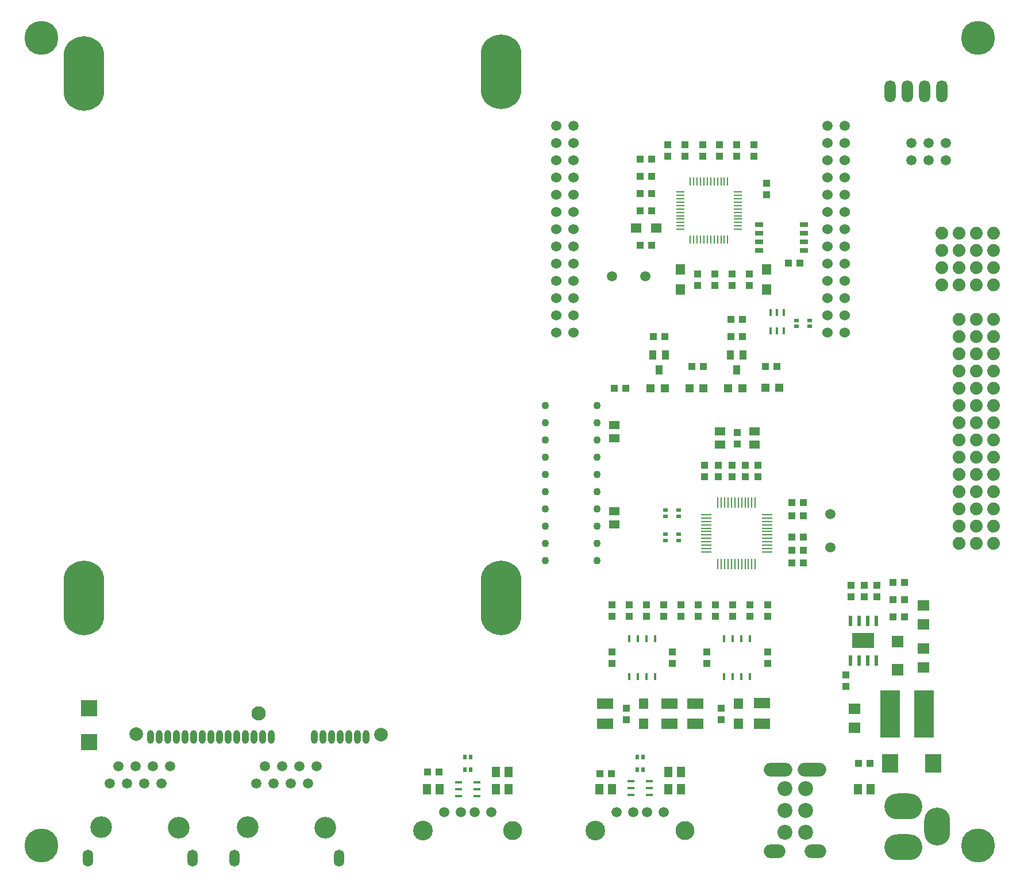
<source format=gts>
G04 (created by PCBNEW (2013-03-19 BZR 4004)-stable) date 2015/1/22 14:09:10*
%MOIN*%
G04 Gerber Fmt 3.4, Leading zero omitted, Abs format*
%FSLAX34Y34*%
G01*
G70*
G90*
G04 APERTURE LIST*
%ADD10C,0*%
%ADD11R,0.0649606X0.00984252*%
%ADD12R,0.00984252X0.0649606*%
%ADD13R,0.05X0.025*%
%ADD14R,0.11811X0.275591*%
%ADD15R,0.0511X0.059*%
%ADD16R,0.059X0.0511*%
%ADD17R,0.0708X0.0629*%
%ADD18O,0.15X0.22*%
%ADD19O,0.22X0.15*%
%ADD20R,0.0511811X0.00984252*%
%ADD21R,0.00984252X0.0511811*%
%ADD22R,0.015748X0.0393701*%
%ADD23R,0.0393701X0.015748*%
%ADD24C,0.19685*%
%ADD25C,0.06*%
%ADD26C,0.0593*%
%ADD27R,0.023622X0.0629921*%
%ADD28R,0.129921X0.0905512*%
%ADD29C,0.0433071*%
%ADD30R,0.0255906X0.019685*%
%ADD31R,0.019685X0.0255906*%
%ADD32R,0.0393X0.0551*%
%ADD33R,0.0433X0.0393*%
%ADD34R,0.0393X0.0433*%
%ADD35R,0.0472X0.0472*%
%ADD36C,0.0591*%
%ADD37R,0.0944X0.1102*%
%ADD38R,0.0944X0.0944*%
%ADD39R,0.0944X0.0629*%
%ADD40R,0.0551X0.0629*%
%ADD41R,0.0629X0.0551*%
%ADD42R,0.0669291X0.0669291*%
%ADD43C,0.074*%
%ADD44C,0.114173*%
%ADD45C,0.110236*%
%ADD46O,0.0645X0.129*%
%ADD47O,0.23622X0.433071*%
%ADD48C,0.0866142*%
%ADD49O,0.125984X0.0787402*%
%ADD50O,0.165354X0.0787402*%
%ADD51C,0.125984*%
%ADD52O,0.0590551X0.0984252*%
%ADD53O,0.0393701X0.0787402*%
%ADD54C,0.0787402*%
%ADD55C,0.0826772*%
G04 APERTURE END LIST*
G54D10*
G54D11*
X68869Y-59737D03*
X68869Y-59540D03*
X68869Y-59343D03*
X68869Y-59146D03*
X68869Y-58950D03*
X68869Y-58753D03*
X68869Y-58556D03*
X68869Y-58359D03*
X68869Y-58162D03*
X68869Y-57965D03*
X68869Y-57768D03*
X68869Y-57572D03*
G54D12*
X68180Y-56883D03*
X67983Y-56883D03*
X67786Y-56883D03*
X67589Y-56883D03*
X67392Y-56883D03*
X67196Y-56883D03*
X66999Y-56883D03*
X66802Y-56883D03*
X66605Y-56883D03*
X66408Y-56883D03*
X66211Y-56883D03*
X66014Y-56883D03*
G54D11*
X65325Y-57572D03*
X65325Y-57768D03*
X65325Y-57965D03*
X65325Y-58162D03*
X65325Y-58359D03*
X65325Y-58556D03*
X65325Y-58753D03*
X65325Y-58950D03*
X65325Y-59146D03*
X65325Y-59343D03*
X65325Y-59540D03*
X65325Y-59737D03*
G54D12*
X66014Y-60426D03*
X66211Y-60426D03*
X66408Y-60426D03*
X66605Y-60426D03*
X66802Y-60426D03*
X66999Y-60426D03*
X67196Y-60426D03*
X67392Y-60426D03*
X67589Y-60426D03*
X67786Y-60426D03*
X67983Y-60426D03*
X68180Y-60426D03*
G54D13*
X68404Y-40726D03*
X68404Y-41226D03*
X68404Y-41726D03*
X68404Y-42226D03*
X71004Y-42226D03*
X71004Y-41726D03*
X71004Y-41226D03*
X71004Y-40726D03*
G54D14*
X76015Y-69143D03*
X77984Y-69143D03*
G54D15*
X49126Y-73500D03*
X49874Y-73500D03*
X59126Y-73500D03*
X59874Y-73500D03*
X53874Y-73500D03*
X53126Y-73500D03*
X63874Y-73500D03*
X63126Y-73500D03*
X53874Y-72500D03*
X53126Y-72500D03*
X63874Y-72500D03*
X63126Y-72500D03*
X74126Y-73500D03*
X74874Y-73500D03*
G54D16*
X66147Y-52755D03*
X66147Y-53503D03*
X68147Y-52755D03*
X68147Y-53503D03*
G54D17*
X77945Y-66439D03*
X77945Y-65337D03*
X77945Y-62837D03*
X77945Y-63939D03*
X73945Y-69939D03*
X73945Y-68837D03*
G54D18*
X78750Y-75680D03*
G54D19*
X76780Y-74500D03*
X76780Y-76860D03*
G54D20*
X63829Y-38846D03*
X63829Y-39043D03*
X63829Y-39240D03*
X63829Y-39437D03*
X63829Y-39633D03*
X63829Y-39830D03*
X63829Y-40027D03*
X63829Y-40224D03*
X63829Y-40421D03*
X63829Y-40618D03*
X63829Y-40814D03*
X63829Y-41011D03*
G54D21*
X64419Y-41602D03*
X64616Y-41602D03*
X64813Y-41602D03*
X65010Y-41602D03*
X65207Y-41602D03*
X65403Y-41602D03*
X65600Y-41602D03*
X65797Y-41602D03*
X65994Y-41602D03*
X66191Y-41602D03*
X66388Y-41602D03*
X66585Y-41602D03*
G54D20*
X67175Y-41011D03*
X67175Y-40814D03*
X67175Y-40618D03*
X67175Y-40421D03*
X67175Y-40224D03*
X67175Y-40027D03*
X67175Y-39830D03*
X67175Y-39633D03*
X67175Y-39437D03*
X67175Y-39240D03*
X67175Y-39043D03*
X67175Y-38846D03*
G54D21*
X66585Y-38255D03*
X66388Y-38255D03*
X66191Y-38255D03*
X65994Y-38255D03*
X65797Y-38255D03*
X65600Y-38255D03*
X65403Y-38255D03*
X65207Y-38255D03*
X65010Y-38255D03*
X64813Y-38255D03*
X64616Y-38255D03*
X64419Y-38255D03*
G54D22*
X69454Y-46909D03*
X69848Y-46909D03*
X69848Y-45846D03*
X69454Y-45846D03*
X69061Y-45846D03*
X69061Y-46909D03*
G54D23*
X60966Y-73450D03*
X60966Y-73843D03*
X62029Y-73843D03*
X62029Y-73450D03*
X62029Y-73056D03*
X60966Y-73056D03*
X50966Y-73500D03*
X50966Y-73893D03*
X52029Y-73893D03*
X52029Y-73500D03*
X52029Y-73106D03*
X50966Y-73106D03*
G54D24*
X81102Y-76771D03*
X26771Y-76771D03*
X81102Y-29921D03*
G54D25*
X57631Y-47001D03*
X56631Y-47001D03*
X57631Y-46001D03*
X56631Y-46001D03*
X57631Y-45001D03*
X56631Y-45001D03*
X57631Y-44001D03*
X56631Y-44001D03*
X57631Y-43001D03*
X56631Y-43001D03*
X57631Y-42001D03*
X56631Y-42001D03*
X57631Y-41001D03*
X56631Y-41001D03*
X57631Y-40001D03*
X56631Y-40001D03*
X57631Y-39001D03*
X56631Y-39001D03*
X57631Y-38001D03*
X56631Y-38001D03*
X57631Y-37001D03*
X56631Y-37001D03*
X57631Y-36001D03*
X56631Y-36001D03*
G54D26*
X57631Y-35001D03*
X56631Y-35001D03*
G54D25*
X73379Y-47001D03*
X72379Y-47001D03*
X73379Y-46001D03*
X72379Y-46001D03*
X73379Y-45001D03*
X72379Y-45001D03*
X73379Y-44001D03*
X72379Y-44001D03*
X73379Y-43001D03*
X72379Y-43001D03*
X73379Y-42001D03*
X72379Y-42001D03*
X73379Y-41001D03*
X72379Y-41001D03*
X73379Y-40001D03*
X72379Y-40001D03*
X73379Y-39001D03*
X72379Y-39001D03*
X73379Y-38001D03*
X72379Y-38001D03*
X73379Y-37001D03*
X72379Y-37001D03*
X73379Y-36001D03*
X72379Y-36001D03*
G54D26*
X73379Y-35001D03*
X72379Y-35001D03*
G54D27*
X73695Y-66038D03*
X74195Y-66038D03*
X74695Y-66038D03*
X75195Y-66038D03*
X75195Y-63738D03*
X74695Y-63738D03*
X74195Y-63738D03*
X73695Y-63738D03*
G54D28*
X74445Y-64888D03*
G54D29*
X59000Y-60250D03*
X59000Y-59250D03*
X59000Y-58250D03*
X59000Y-57250D03*
X59000Y-56250D03*
X59000Y-55250D03*
X59000Y-54250D03*
X59000Y-53250D03*
X59000Y-52250D03*
X59000Y-51250D03*
X56000Y-51250D03*
X56000Y-52250D03*
X56000Y-53250D03*
X56000Y-54250D03*
X56000Y-55250D03*
X56000Y-56250D03*
X56000Y-57250D03*
X56000Y-58250D03*
X56000Y-59250D03*
X56000Y-60250D03*
G54D30*
X71328Y-46299D03*
X71328Y-46653D03*
X70580Y-46653D03*
X70580Y-46299D03*
G54D31*
X61322Y-71625D03*
X61677Y-71625D03*
X61677Y-72374D03*
X61322Y-72374D03*
G54D30*
X63724Y-58722D03*
X63724Y-59077D03*
X62975Y-59077D03*
X62975Y-58722D03*
G54D31*
X51322Y-71625D03*
X51677Y-71625D03*
X51677Y-72374D03*
X51322Y-72374D03*
G54D32*
X67472Y-48293D03*
X66724Y-48293D03*
X67098Y-49159D03*
X62972Y-48293D03*
X62224Y-48293D03*
X62598Y-49159D03*
G54D33*
X74500Y-62334D03*
X74500Y-61666D03*
X67102Y-36095D03*
X67102Y-36763D03*
X66852Y-43595D03*
X66852Y-44263D03*
G54D34*
X66764Y-47226D03*
X67432Y-47226D03*
G54D33*
X68347Y-54720D03*
X68347Y-55388D03*
G54D34*
X67432Y-46226D03*
X66764Y-46226D03*
X62266Y-47250D03*
X62934Y-47250D03*
G54D33*
X60860Y-62795D03*
X60860Y-63463D03*
G54D34*
X76166Y-62500D03*
X76834Y-62500D03*
X76834Y-63500D03*
X76166Y-63500D03*
X60014Y-50226D03*
X60682Y-50226D03*
X64514Y-48976D03*
X65182Y-48976D03*
G54D33*
X68102Y-36095D03*
X68102Y-36763D03*
G54D34*
X76834Y-61500D03*
X76166Y-61500D03*
X68764Y-48976D03*
X69432Y-48976D03*
G54D33*
X63860Y-62795D03*
X63860Y-63463D03*
X66860Y-62795D03*
X66860Y-63463D03*
X68897Y-62795D03*
X68897Y-63463D03*
X65860Y-62795D03*
X65860Y-63463D03*
X61860Y-62795D03*
X61860Y-63463D03*
X64860Y-62795D03*
X64860Y-63463D03*
X62860Y-62795D03*
X62860Y-63463D03*
G54D34*
X62186Y-38929D03*
X61518Y-38929D03*
X62186Y-39929D03*
X61518Y-39929D03*
G54D33*
X67860Y-62795D03*
X67860Y-63463D03*
X64102Y-36095D03*
X64102Y-36763D03*
X63102Y-36095D03*
X63102Y-36763D03*
G54D34*
X62186Y-36929D03*
X61518Y-36929D03*
X70981Y-59629D03*
X70313Y-59629D03*
X70981Y-60379D03*
X70313Y-60379D03*
X70313Y-57629D03*
X70981Y-57629D03*
G54D35*
X66610Y-50251D03*
X67436Y-50251D03*
X62110Y-50251D03*
X62936Y-50251D03*
X69586Y-50201D03*
X68760Y-50201D03*
X64360Y-50251D03*
X65186Y-50251D03*
G54D36*
X59887Y-43726D03*
X61809Y-43726D03*
G54D37*
X76010Y-72000D03*
X78490Y-72000D03*
G54D38*
X29550Y-70784D03*
X29550Y-68816D03*
G54D39*
X64716Y-68539D03*
X64716Y-69719D03*
X63216Y-68539D03*
X63216Y-69719D03*
X59466Y-68539D03*
X59466Y-69719D03*
X68578Y-68518D03*
X68578Y-69698D03*
G54D40*
X61716Y-68539D03*
X61716Y-69719D03*
X67216Y-68539D03*
X67216Y-69719D03*
X63852Y-43339D03*
X63852Y-44519D03*
G54D41*
X62442Y-40929D03*
X61262Y-40929D03*
G54D40*
X68852Y-43339D03*
X68852Y-44519D03*
G54D16*
X60000Y-58124D03*
X60000Y-57376D03*
X60000Y-53124D03*
X60000Y-52376D03*
G54D34*
X68897Y-66213D03*
X68897Y-65545D03*
G54D33*
X70120Y-42976D03*
X70788Y-42976D03*
X62186Y-41929D03*
X61518Y-41929D03*
G54D34*
X67852Y-43595D03*
X67852Y-44263D03*
X68852Y-38345D03*
X68852Y-39013D03*
X65152Y-36763D03*
X65152Y-36095D03*
X64852Y-43595D03*
X64852Y-44263D03*
X65852Y-43595D03*
X65852Y-44263D03*
X66102Y-36763D03*
X66102Y-36095D03*
X66216Y-68795D03*
X66216Y-69463D03*
X60716Y-68795D03*
X60716Y-69463D03*
G54D33*
X49166Y-72500D03*
X49834Y-72500D03*
X59166Y-72600D03*
X59834Y-72600D03*
X70981Y-58879D03*
X70313Y-58879D03*
G54D34*
X66047Y-55388D03*
X66047Y-54720D03*
X67597Y-55388D03*
X67597Y-54720D03*
X66847Y-55388D03*
X66847Y-54720D03*
X67147Y-53463D03*
X67147Y-52795D03*
G54D33*
X70313Y-56879D03*
X70981Y-56879D03*
G54D34*
X65247Y-55388D03*
X65247Y-54720D03*
X59860Y-63463D03*
X59860Y-62795D03*
X65360Y-66213D03*
X65360Y-65545D03*
X59860Y-66213D03*
X59860Y-65545D03*
X63360Y-66213D03*
X63360Y-65545D03*
X75250Y-61666D03*
X75250Y-62334D03*
X73454Y-66887D03*
X73454Y-67555D03*
X73750Y-61666D03*
X73750Y-62334D03*
G54D33*
X74834Y-72000D03*
X74166Y-72000D03*
X62186Y-37929D03*
X61518Y-37929D03*
G54D42*
X76445Y-64930D03*
X76445Y-66583D03*
G54D22*
X62360Y-64779D03*
X61860Y-64779D03*
X61360Y-64779D03*
X60860Y-64779D03*
X62360Y-66979D03*
X61860Y-66979D03*
X61360Y-66979D03*
X60860Y-66979D03*
X67860Y-64779D03*
X67360Y-64779D03*
X66860Y-64779D03*
X66360Y-64779D03*
X67860Y-66979D03*
X67360Y-66979D03*
X66860Y-66979D03*
X66360Y-66979D03*
G54D30*
X63724Y-57322D03*
X63724Y-57677D03*
X62975Y-57677D03*
X62975Y-57322D03*
G54D43*
X82000Y-50250D03*
X81000Y-50250D03*
X80000Y-50250D03*
X82000Y-49250D03*
X81000Y-49250D03*
X80000Y-49250D03*
X82000Y-54250D03*
X81000Y-54250D03*
X80000Y-54250D03*
X82000Y-51250D03*
X81000Y-51250D03*
X80000Y-51250D03*
X82000Y-48250D03*
X81000Y-48250D03*
X80000Y-48250D03*
X82000Y-52250D03*
X81000Y-52250D03*
X80000Y-52250D03*
X82000Y-53250D03*
X81000Y-53250D03*
X80000Y-53250D03*
X82000Y-55250D03*
X81000Y-55250D03*
X80000Y-55250D03*
X82000Y-59250D03*
X81000Y-59250D03*
X80000Y-59250D03*
X82000Y-46250D03*
X81000Y-46250D03*
X80000Y-46250D03*
X82000Y-47250D03*
X81000Y-47250D03*
X80000Y-47250D03*
G54D26*
X61106Y-74856D03*
X61893Y-74856D03*
X62877Y-74856D03*
X60122Y-74856D03*
G54D44*
X58901Y-75919D03*
G54D45*
X64098Y-75919D03*
G54D26*
X51106Y-74856D03*
X51893Y-74856D03*
X52877Y-74856D03*
X50122Y-74856D03*
G54D44*
X48901Y-75919D03*
G54D45*
X54098Y-75919D03*
G54D46*
X76000Y-33000D03*
X77000Y-33000D03*
X78000Y-33000D03*
X79000Y-33000D03*
G54D24*
X26771Y-29921D03*
G54D47*
X53444Y-31889D03*
X29232Y-31988D03*
X53444Y-62401D03*
X29232Y-62401D03*
G54D43*
X82000Y-42250D03*
X81000Y-42250D03*
X80000Y-42250D03*
X79000Y-42250D03*
X82000Y-41250D03*
X81000Y-41250D03*
X80000Y-41250D03*
X79000Y-41250D03*
X82000Y-43250D03*
X81000Y-43250D03*
X80000Y-43250D03*
X79000Y-43250D03*
X79000Y-44250D03*
X80000Y-44250D03*
X81000Y-44250D03*
X82000Y-44250D03*
X82000Y-58250D03*
X81000Y-58250D03*
X80000Y-58250D03*
X82000Y-57250D03*
X81000Y-57250D03*
X80000Y-57250D03*
X82000Y-56250D03*
X81000Y-56250D03*
X80000Y-56250D03*
G54D48*
X71090Y-76009D03*
X69909Y-76009D03*
X71090Y-74750D03*
X69909Y-74750D03*
X71090Y-73490D03*
X69909Y-73490D03*
G54D49*
X69318Y-77112D03*
X71681Y-77112D03*
G54D50*
X71484Y-72387D03*
X69515Y-72387D03*
G54D26*
X77250Y-37000D03*
X77250Y-36000D03*
X78250Y-37000D03*
X78250Y-36000D03*
X79250Y-37000D03*
X79250Y-36000D03*
G54D36*
X72550Y-57539D03*
X72550Y-59461D03*
G54D26*
X40750Y-72181D03*
X41250Y-73181D03*
X42250Y-73181D03*
X42750Y-72181D03*
X41750Y-72181D03*
X39250Y-73181D03*
X39750Y-72181D03*
X40250Y-73181D03*
G54D51*
X38755Y-75710D03*
X43244Y-75750D03*
G54D52*
X44031Y-77521D03*
X37968Y-77521D03*
G54D26*
X32250Y-72181D03*
X32750Y-73181D03*
X33750Y-73181D03*
X34250Y-72181D03*
X33250Y-72181D03*
X30750Y-73181D03*
X31250Y-72181D03*
X31750Y-73181D03*
G54D51*
X30255Y-75710D03*
X34744Y-75750D03*
G54D52*
X35531Y-77521D03*
X29468Y-77521D03*
G54D53*
X45620Y-70472D03*
X45120Y-70472D03*
X44620Y-70472D03*
X44120Y-70472D03*
X43620Y-70472D03*
X43120Y-70472D03*
X42620Y-70472D03*
X40120Y-70472D03*
X39620Y-70472D03*
X39120Y-70472D03*
X38620Y-70472D03*
X38120Y-70472D03*
X37620Y-70472D03*
X37120Y-70472D03*
X36620Y-70472D03*
X36120Y-70472D03*
X35620Y-70472D03*
X35120Y-70472D03*
X34620Y-70472D03*
X34120Y-70472D03*
X33620Y-70472D03*
X33120Y-70472D03*
G54D54*
X32283Y-70314D03*
X46456Y-70354D03*
G54D55*
X39370Y-69094D03*
M02*

</source>
